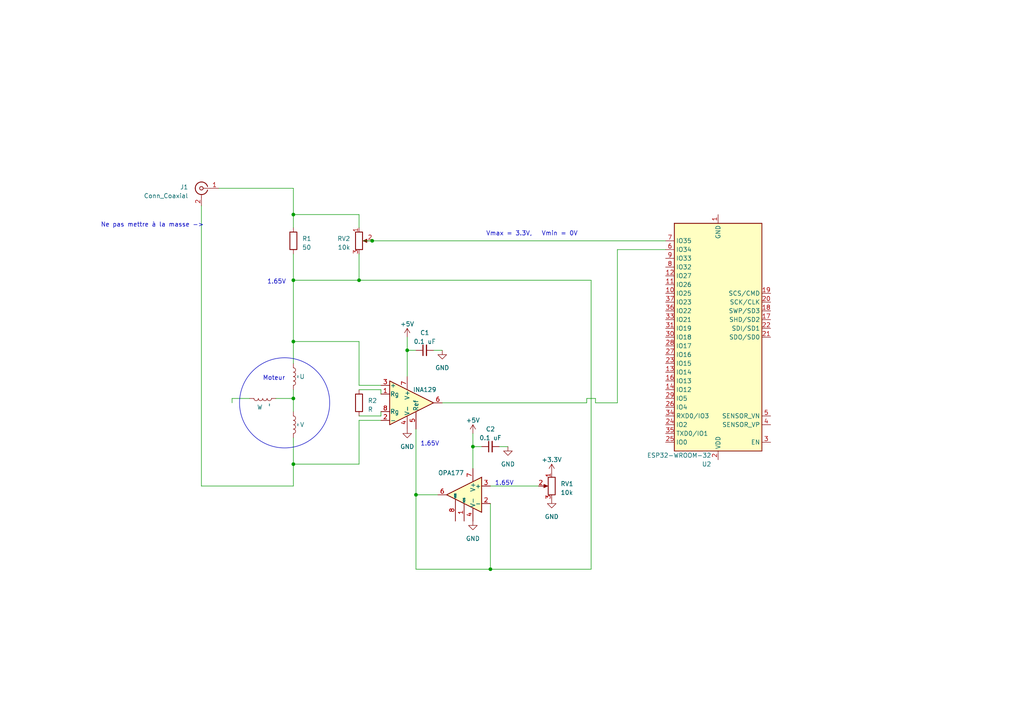
<source format=kicad_sch>
(kicad_sch (version 20230121) (generator eeschema)
  (paper "A4")
  (lib_symbols
    (symbol "Amplifier_Instrumentation:INA129" (pin_names (offset 0.127))
      (property "Reference" "U" (at 3.81 3.175 0))
      (property "Value" "INA129" (at 3.81 -3.175 0))
      (symbol "INA129_0_1"
        (polyline (pts (xy 7.62 0) (xy -5.08 6.35) (xy -5.08 -6.35) (xy 7.62 0)) (stroke (width 0.254)) (fill (type background)))
      )
      (symbol "INA129_1_1"
        (pin passive line (at -7.62 2.54 0) (length 2.54) (name "Rg") (number "1"))
        (pin input line (at -7.62 -5.08 0) (length 2.54) (name "-") (number "2"))
        (pin input line (at -7.62 5.08 0) (length 2.54) (name "+") (number "3"))
        (pin power_in line (at 0 -7.62 90) (length 3.81) (name "V-") (number "4"))
        (pin input line (at 2.54 -7.62 90) (length 5.08) (name "Ref") (number "5"))
        (pin output line (at 10.16 0 180) (length 2.54) (name "~") (number "6"))
        (pin power_in line (at 0 7.62 270) (length 3.81) (name "V+") (number "7"))
        (pin passive line (at -7.62 -2.54 0) (length 2.54) (name "Rg") (number "8"))
      )
    )
    (symbol "Amplifier_Operational:OPA134" (pin_names (offset 0.127))
      (property "Reference" "U" (at 1.27 6.35 0))
      (property "Value" "OPA134" (at 1.27 3.81 0))
      (symbol "OPA134_0_1"
        (polyline (pts (xy -5.08 5.08) (xy 5.08 0) (xy -5.08 -5.08) (xy -5.08 5.08)) (stroke (width 0.254)) (fill (type background)))
      )
      (symbol "OPA134_1_1"
        (pin input line (at 0 -7.62 90) (length 5.08) (name "VOS") (number "1"))
        (pin input line (at -7.62 -2.54 0) (length 2.54) (name "-") (number "2"))
        (pin input line (at -7.62 2.54 0) (length 2.54) (name "+") (number "3"))
        (pin power_in line (at -2.54 -7.62 90) (length 3.81) (name "V-") (number "4"))
        (pin no_connect line (at 0 2.54 270) (length 2.54) hide (name "NC") (number "5"))
        (pin output line (at 7.62 0 180) (length 2.54) (name "~") (number "6"))
        (pin power_in line (at -2.54 7.62 270) (length 3.81) (name "V+") (number "7"))
        (pin input line (at 2.54 -7.62 90) (length 6.35) (name "VOS") (number "8"))
      )
    )
    (symbol "Connector:Conn_Coaxial" (pin_names (offset 1.016) hide)
      (property "Reference" "J" (at 0.254 3.048 0))
      (property "Value" "Conn_Coaxial" (at 2.921 0 90))
      (symbol "Conn_Coaxial_0_1"
        (arc (start -1.778 -0.508) (mid 0.2311 -1.8066) (end 1.778 0) (stroke (width 0.254)))
        (polyline (pts (xy -2.54 0) (xy -0.508 0)))
        (polyline (pts (xy 0 -2.54) (xy 0 -1.778)))
        (circle (center 0 0) (radius 0.508) (stroke (width 0.2032)))
        (arc (start 1.778 0) (mid 0.2099 1.8101) (end -1.778 0.508) (stroke (width 0.254)))
      )
      (symbol "Conn_Coaxial_1_1"
        (pin passive line (at -5.08 0 0) (length 2.54) (name "In") (number "1"))
        (pin passive line (at 0 -5.08 90) (length 2.54) (name "Ext") (number "2"))
      )
    )
    (symbol "Device:C_Small" (pin_numbers hide) (pin_names (offset 0.254) hide)
      (property "Reference" "C" (at 0.254 1.778 0))
      (property "Value" "C_Small" (at 0.254 -2.032 0))
      (symbol "C_Small_0_1"
        (polyline (pts (xy -1.524 -0.508) (xy 1.524 -0.508)) (stroke (width 0.3302)))
        (polyline (pts (xy -1.524 0.508) (xy 1.524 0.508)) (stroke (width 0.3048)))
      )
      (symbol "C_Small_1_1"
        (pin passive line (at 0 2.54 270) (length 2.032) (name "~") (number "1"))
        (pin passive line (at 0 -2.54 90) (length 2.032) (name "~") (number "2"))
      )
    )
    (symbol "Device:L" (pin_numbers hide) (pin_names (offset 1.016) hide)
      (property "Reference" "L" (at -1.27 0 90))
      (property "Value" "L" (at 1.905 0 90))
      (symbol "L_0_1"
        (arc (start 0 -2.54) (mid 0.6323 -1.905) (end 0 -1.27))
        (arc (start 0 -1.27) (mid 0.6323 -0.635) (end 0 0))
        (arc (start 0 0) (mid 0.6323 0.635) (end 0 1.27))
        (arc (start 0 1.27) (mid 0.6323 1.905) (end 0 2.54))
      )
      (symbol "L_1_1"
        (pin passive line (at 0 3.81 270) (length 1.27) (name "1") (number "1"))
        (pin passive line (at 0 -3.81 90) (length 1.27) (name "2") (number "2"))
      )
    )
    (symbol "Device:R" (pin_numbers hide) (pin_names (offset 0))
      (property "Reference" "R" (at 2.032 0 90))
      (property "Value" "R" (at 0 0 90))
      (symbol "R_0_1"
        (rectangle (start -1.016 -2.54) (end 1.016 2.54) (stroke (width 0.254)))
      )
      (symbol "R_1_1"
        (pin passive line (at 0 3.81 270) (length 1.27) (name "~") (number "1"))
        (pin passive line (at 0 -3.81 90) (length 1.27) (name "~") (number "2"))
      )
    )
    (symbol "Device:R_Potentiometer" (pin_names (offset 1.016) hide)
      (property "Reference" "RV" (at -4.445 0 90))
      (property "Value" "R_Potentiometer" (at -2.54 0 90))
      (symbol "R_Potentiometer_0_1"
        (polyline (pts (xy 2.54 0) (xy 1.524 0)))
        (polyline (pts (xy 1.143 0) (xy 2.286 0.508) (xy 2.286 -0.508) (xy 1.143 0)) (fill (type outline)))
        (rectangle (start 1.016 2.54) (end -1.016 -2.54) (stroke (width 0.254)))
      )
      (symbol "R_Potentiometer_1_1"
        (pin passive line (at 0 3.81 270) (length 1.27) (name "1") (number "1"))
        (pin passive line (at 3.81 0 180) (length 1.27) (name "2") (number "2"))
        (pin passive line (at 0 -3.81 90) (length 1.27) (name "3") (number "3"))
      )
    )
    (symbol "RF_Module:ESP32-WROOM-32"
      (property "Reference" "U" (at -12.7 34.29 0))
      (property "Value" "ESP32-WROOM-32" (at 1.27 34.29 0))
      (symbol "ESP32-WROOM-32_0_1"
        (rectangle (start -12.7 33.02) (end 12.7 -33.02) (stroke (width 0.254)) (fill (type background)))
      )
      (symbol "ESP32-WROOM-32_1_1"
        (pin power_in line (at 0 -35.56 90) (length 2.54) (name "GND") (number "1"))
        (pin bidirectional line (at 15.24 -12.7 180) (length 2.54) (name "IO25") (number "10"))
        (pin bidirectional line (at 15.24 -15.24 180) (length 2.54) (name "IO26") (number "11"))
        (pin bidirectional line (at 15.24 -17.78 180) (length 2.54) (name "IO27") (number "12"))
        (pin bidirectional line (at 15.24 10.16 180) (length 2.54) (name "IO14") (number "13"))
        (pin bidirectional line (at 15.24 15.24 180) (length 2.54) (name "IO12") (number "14"))
        (pin passive line (at 0 -35.56 90) (length 2.54) hide (name "GND") (number "15"))
        (pin bidirectional line (at 15.24 12.7 180) (length 2.54) (name "IO13") (number "16"))
        (pin bidirectional line (at -15.24 -5.08 0) (length 2.54) (name "SHD/SD2") (number "17"))
        (pin bidirectional line (at -15.24 -7.62 0) (length 2.54) (name "SWP/SD3") (number "18"))
        (pin bidirectional line (at -15.24 -12.7 0) (length 2.54) (name "SCS/CMD") (number "19"))
        (pin power_in line (at 0 35.56 270) (length 2.54) (name "VDD") (number "2"))
        (pin bidirectional line (at -15.24 -10.16 0) (length 2.54) (name "SCK/CLK") (number "20"))
        (pin bidirectional line (at -15.24 0 0) (length 2.54) (name "SDO/SD0") (number "21"))
        (pin bidirectional line (at -15.24 -2.54 0) (length 2.54) (name "SDI/SD1") (number "22"))
        (pin bidirectional line (at 15.24 7.62 180) (length 2.54) (name "IO15") (number "23"))
        (pin bidirectional line (at 15.24 25.4 180) (length 2.54) (name "IO2") (number "24"))
        (pin bidirectional line (at 15.24 30.48 180) (length 2.54) (name "IO0") (number "25"))
        (pin bidirectional line (at 15.24 20.32 180) (length 2.54) (name "IO4") (number "26"))
        (pin bidirectional line (at 15.24 5.08 180) (length 2.54) (name "IO16") (number "27"))
        (pin bidirectional line (at 15.24 2.54 180) (length 2.54) (name "IO17") (number "28"))
        (pin bidirectional line (at 15.24 17.78 180) (length 2.54) (name "IO5") (number "29"))
        (pin input line (at -15.24 30.48 0) (length 2.54) (name "EN") (number "3"))
        (pin bidirectional line (at 15.24 0 180) (length 2.54) (name "IO18") (number "30"))
        (pin bidirectional line (at 15.24 -2.54 180) (length 2.54) (name "IO19") (number "31"))
        (pin no_connect line (at -12.7 -27.94 0) (length 2.54) hide (name "NC") (number "32"))
        (pin bidirectional line (at 15.24 -5.08 180) (length 2.54) (name "IO21") (number "33"))
        (pin bidirectional line (at 15.24 22.86 180) (length 2.54) (name "RXD0/IO3") (number "34"))
        (pin bidirectional line (at 15.24 27.94 180) (length 2.54) (name "TXD0/IO1") (number "35"))
        (pin bidirectional line (at 15.24 -7.62 180) (length 2.54) (name "IO22") (number "36"))
        (pin bidirectional line (at 15.24 -10.16 180) (length 2.54) (name "IO23") (number "37"))
        (pin passive line (at 0 -35.56 90) (length 2.54) hide (name "GND") (number "38"))
        (pin passive line (at 0 -35.56 90) (length 2.54) hide (name "GND") (number "39"))
        (pin input line (at -15.24 25.4 0) (length 2.54) (name "SENSOR_VP") (number "4"))
        (pin input line (at -15.24 22.86 0) (length 2.54) (name "SENSOR_VN") (number "5"))
        (pin input line (at 15.24 -25.4 180) (length 2.54) (name "IO34") (number "6"))
        (pin input line (at 15.24 -27.94 180) (length 2.54) (name "IO35") (number "7"))
        (pin bidirectional line (at 15.24 -20.32 180) (length 2.54) (name "IO32") (number "8"))
        (pin bidirectional line (at 15.24 -22.86 180) (length 2.54) (name "IO33") (number "9"))
      )
    )
    (symbol "power:+3.3V" (power) (pin_names (offset 0))
      (property "Value" "+3.3V" (at 0 3.556 0))
      (symbol "+3.3V_0_1"
        (polyline (pts (xy -0.762 1.27) (xy 0 2.54)))
        (polyline (pts (xy 0 0) (xy 0 2.54)))
        (polyline (pts (xy 0 2.54) (xy 0.762 1.27)))
      )
      (symbol "+3.3V_1_1"
        (pin power_in line (at 0 0 90) (length 0) hide (name "+3.3V") (number "1"))
      )
    )
    (symbol "power:+5V" (power) (pin_names (offset 0))
      (property "Value" "+5V" (at 0 3.556 0))
      (symbol "+5V_0_1"
        (polyline (pts (xy -0.762 1.27) (xy 0 2.54)))
        (polyline (pts (xy 0 0) (xy 0 2.54)))
        (polyline (pts (xy 0 2.54) (xy 0.762 1.27)))
      )
      (symbol "+5V_1_1"
        (pin power_in line (at 0 0 90) (length 0) hide (name "+5V") (number "1"))
      )
    )
    (symbol "power:GND" (power) (pin_names (offset 0))
      (property "Value" "GND" (at 0 -3.81 0))
      (symbol "GND_0_1"
        (polyline (pts (xy 0 0) (xy 0 -1.27) (xy 1.27 -1.27) (xy 0 -2.54) (xy -1.27 -1.27) (xy 0 -1.27)))
      )
      (symbol "GND_1_1"
        (pin power_in line (at 0 0 270) (length 0) hide (name "GND") (number "1"))
      )
    )
  )
  (junction (at 142.24 165.1))
  (junction (at 85.09 81.28))
  (junction (at 137.16 129.54))
  (junction (at 85.09 115.57))
  (junction (at 107.95 69.85))
  (junction (at 118.11 101.6))
  (junction (at 85.09 62.23))
  (junction (at 85.09 134.62))
  (junction (at 104.14 81.28))
  (junction (at 120.65 143.51))
  (junction (at 85.09 99.06))
  (wire (pts (xy 142.24 146.05) (xy 142.24 165.1)))
  (wire (pts (xy 110.49 121.92) (xy 104.14 121.92)))
  (wire (pts (xy 110.49 113.03) (xy 110.49 114.3)))
  (wire (pts (xy 85.09 54.61) (xy 85.09 62.23)))
  (wire (pts (xy 58.42 59.69) (xy 58.42 140.97)))
  (wire (pts (xy 142.24 140.97) (xy 156.21 140.97)))
  (wire (pts (xy 171.45 81.28) (xy 104.14 81.28)))
  (wire (pts (xy 63.5 54.61) (xy 85.09 54.61)))
  (wire (pts (xy 179.07 72.39) (xy 193.04 72.39)))
  (wire (pts (xy 104.14 121.92) (xy 104.14 134.62)))
  (wire (pts (xy 142.24 165.1) (xy 120.65 165.1)))
  (wire (pts (xy 110.49 119.38) (xy 110.49 120.65)))
  (wire (pts (xy 85.09 127) (xy 85.09 134.62)))
  (wire (pts (xy 110.49 111.76) (xy 104.14 111.76)))
  (wire (pts (xy 104.14 66.04) (xy 104.14 62.23)))
  (wire (pts (xy 118.11 97.79) (xy 118.11 101.6)))
  (wire (pts (xy 172.72 116.84) (xy 179.07 116.84)))
  (wire (pts (xy 107.95 69.85) (xy 193.04 69.85)))
  (wire (pts (xy 120.65 165.1) (xy 120.65 143.51)))
  (wire (pts (xy 104.14 111.76) (xy 104.14 99.06)))
  (wire (pts (xy 147.32 129.54) (xy 144.78 129.54)))
  (wire (pts (xy 179.07 116.84) (xy 179.07 72.39)))
  (wire (pts (xy 171.45 165.1) (xy 171.45 81.28)))
  (wire (pts (xy 170.18 115.57) (xy 172.72 115.57)))
  (wire (pts (xy 104.14 99.06) (xy 85.09 99.06)))
  (wire (pts (xy 104.14 81.28) (xy 85.09 81.28)))
  (wire (pts (xy 120.65 143.51) (xy 120.65 124.46)))
  (wire (pts (xy 67.31 115.57) (xy 72.39 115.57)))
  (wire (pts (xy 85.09 140.97) (xy 58.42 140.97)))
  (wire (pts (xy 80.01 115.57) (xy 85.09 115.57)))
  (wire (pts (xy 170.18 116.84) (xy 170.18 115.57)))
  (wire (pts (xy 120.65 101.6) (xy 118.11 101.6)))
  (wire (pts (xy 128.27 116.84) (xy 170.18 116.84)))
  (wire (pts (xy 118.11 101.6) (xy 118.11 109.22)))
  (wire (pts (xy 85.09 99.06) (xy 85.09 105.41)))
  (wire (pts (xy 104.14 120.65) (xy 110.49 120.65)))
  (wire (pts (xy 137.16 129.54) (xy 137.16 135.89)))
  (wire (pts (xy 128.27 101.6) (xy 125.73 101.6)))
  (wire (pts (xy 85.09 113.03) (xy 85.09 115.57)))
  (wire (pts (xy 120.65 143.51) (xy 127 143.51)))
  (wire (pts (xy 85.09 134.62) (xy 85.09 140.97)))
  (wire (pts (xy 104.14 73.66) (xy 104.14 81.28)))
  (wire (pts (xy 67.31 116.84) (xy 67.31 115.57)))
  (wire (pts (xy 85.09 62.23) (xy 104.14 62.23)))
  (wire (pts (xy 104.14 113.03) (xy 110.49 113.03)))
  (wire (pts (xy 104.14 134.62) (xy 85.09 134.62)))
  (wire (pts (xy 85.09 62.23) (xy 85.09 66.04)))
  (wire (pts (xy 85.09 115.57) (xy 85.09 119.38)))
  (wire (pts (xy 85.09 73.66) (xy 85.09 81.28)))
  (wire (pts (xy 142.24 165.1) (xy 171.45 165.1)))
  (wire (pts (xy 172.72 115.57) (xy 172.72 116.84)))
  (wire (pts (xy 105.41 69.85) (xy 107.95 69.85)))
  (wire (pts (xy 137.16 125.73) (xy 137.16 129.54)))
  (wire (pts (xy 139.7 129.54) (xy 137.16 129.54)))
  (wire (pts (xy 85.09 81.28) (xy 85.09 99.06)))
  (circle (center 82.55 116.84) (radius 13.0755))
  (text "Ne pas mettre à la masse ->" (at 29.21 66.04 0) (effects (font (size 1.27 1.27)) (justify left bottom)))
  (text "1.65V" (at 121.92 129.54 0) (effects (font (size 1.27 1.27)) (justify left bottom)))
  (text "1.65V" (at 143.51 140.97 0) (effects (font (size 1.27 1.27)) (justify left bottom)))
  (text "Vmax = 3.3V,   Vmin = 0V" (at 140.97 68.58 0) (effects (font (size 1.27 1.27)) (justify left bottom)))
  (text "1.65V" (at 77.47 82.55 0) (effects (font (size 1.27 1.27)) (justify left bottom)))
  (text "Moteur" (at 76.2 110.49 0) (effects (font (size 1.27 1.27)) (justify left bottom)))
  (symbol (lib_id "Device:L") (at 85.09 123.19 0) (unit 1)
    (property "Reference" "V" (at 87.63 123.19 0))
    (property "Value" "~" (at 86.36 123.19 90))
  )
  (symbol (lib_id "power:+3.3V") (at 160.02 137.16 0) (unit 1)
    (property "Reference" "#PWR07" (effects hide))
    (property "Value" "+3.3V" (at 160.02 133.35 0))
  )
  (symbol (lib_id "power:GND") (at 118.11 124.46 0) (unit 1)
    (property "Reference" "#PWR02" (effects hide))
    (property "Value" "GND" (at 118.11 129.54 0))
  )
  (symbol (lib_id "Device:R") (at 85.09 69.85 180) (unit 1)
    (property "Reference" "R1" (at 87.63 69.215 0) (effects (justify right)))
    (property "Value" "50" (at 87.63 71.755 0) (effects (justify right)))
  )
  (symbol (lib_id "Device:C_Small") (at 142.24 129.54 90) (unit 1)
    (property "Reference" "C2" (at 142.2463 124.46 90))
    (property "Value" "0.1 uF" (at 142.2463 127 90))
  )
  (symbol (lib_id "Device:R_Potentiometer") (at 104.14 69.85 0) (unit 1)
    (property "Reference" "RV2" (at 101.6 69.215 0) (effects (justify right)))
    (property "Value" "10k" (at 101.6 71.755 0) (effects (justify right)))
  )
  (symbol (lib_id "Device:L") (at 76.2 115.57 90) (mirror x) (unit 1)
    (property "Reference" "W" (at 76.2 118.11 90) (effects (justify left)))
    (property "Value" "~" (at 78.105 116.84 0) (effects (justify left)))
  )
  (symbol (lib_id "power:GND") (at 128.27 101.6 0) (unit 1)
    (property "Reference" "#PWR04" (effects hide))
    (property "Value" "GND" (at 128.27 106.68 0))
  )
  (symbol (lib_id "power:GND") (at 147.32 129.54 0) (unit 1)
    (property "Reference" "#PWR06" (effects hide))
    (property "Value" "GND" (at 147.32 134.62 0))
  )
  (symbol (lib_id "Device:R") (at 104.14 116.84 0) (unit 1)
    (property "Reference" "R2" (at 106.68 116.205 0) (effects (justify left)))
    (property "Value" "R" (at 106.68 118.745 0) (effects (justify left)))
  )
  (symbol (lib_id "power:+5V") (at 137.16 125.73 0) (unit 1)
    (property "Reference" "#PWR05" (effects hide))
    (property "Value" "+5V" (at 137.16 121.92 0))
  )
  (symbol (lib_id "Amplifier_Instrumentation:INA129") (at 118.11 116.84 0) (unit 1)
    (property "Reference" "U1" (effects hide))
    (property "Value" "INA129" (at 123.19 113.03 0))
    (property "Datasheet" "http://www.ti.com/lit/ds/symlink/ina128.pdf" (effects hide))
  )
  (symbol (lib_id "power:GND") (at 137.16 151.13 0) (unit 1)
    (property "Reference" "#PWR01" (effects hide))
    (property "Value" "GND" (at 137.16 156.21 0))
  )
  (symbol (lib_id "Device:L") (at 85.09 109.22 0) (unit 1)
    (property "Reference" "U" (at 87.63 109.22 0))
    (property "Value" "~" (at 86.36 109.22 90))
  )
  (symbol (lib_id "power:+5V") (at 118.11 97.79 0) (unit 1)
    (property "Reference" "#PWR03" (effects hide))
    (property "Value" "+5V" (at 118.11 93.98 0))
  )
  (symbol (lib_id "Device:R_Potentiometer") (at 160.02 140.97 0) (mirror y) (unit 1)
    (property "Reference" "RV1" (at 162.56 140.335 0) (effects (justify right)))
    (property "Value" "10k" (at 162.56 142.875 0) (effects (justify right)))
  )
  (symbol (lib_id "RF_Module:ESP32-WROOM-32") (at 208.28 97.79 180) (unit 1)
    (property "Reference" "U2" (at 206.3241 134.62 0) (effects (justify left)))
    (property "Value" "ESP32-WROOM-32" (at 206.3241 132.08 0) (effects (justify left)))
    (property "Footprint" "RF_Module:ESP32-WROOM-32" (effects hide))
    (property "Datasheet" "https://www.espressif.com/sites/default/files/documentation/esp32-wroom-32_datasheet_en.pdf" (effects hide))
  )
  (symbol (lib_id "power:GND") (at 160.02 144.78 0) (unit 1)
    (property "Reference" "#PWR08" (effects hide))
    (property "Value" "GND" (at 160.02 149.86 0))
  )
  (symbol (lib_id "Amplifier_Operational:OPA134") (at 134.62 143.51 0) (mirror y) (unit 1)
    (property "Reference" "U3" (effects hide))
    (property "Value" "OPA177" (at 130.81 137.16 0))
    (property "Datasheet" "http://www.ti.com/lit/ds/symlink/opa134.pdf" (effects hide))
  )
  (symbol (lib_id "Device:C_Small") (at 123.19 101.6 90) (unit 1)
    (property "Reference" "C1" (at 123.1963 96.52 90))
    (property "Value" "0.1 uF" (at 123.1963 99.06 90))
  )
  (symbol (lib_id "Connector:Conn_Coaxial") (at 58.42 54.61 0) (mirror y) (unit 1)
    (property "Reference" "J1" (at 54.61 54.2682 0) (effects (justify left)))
    (property "Value" "Conn_Coaxial" (at 54.61 56.8082 0) (effects (justify left)))
    (property "Datasheet" " ~" (effects hide))
  )
)
</source>
